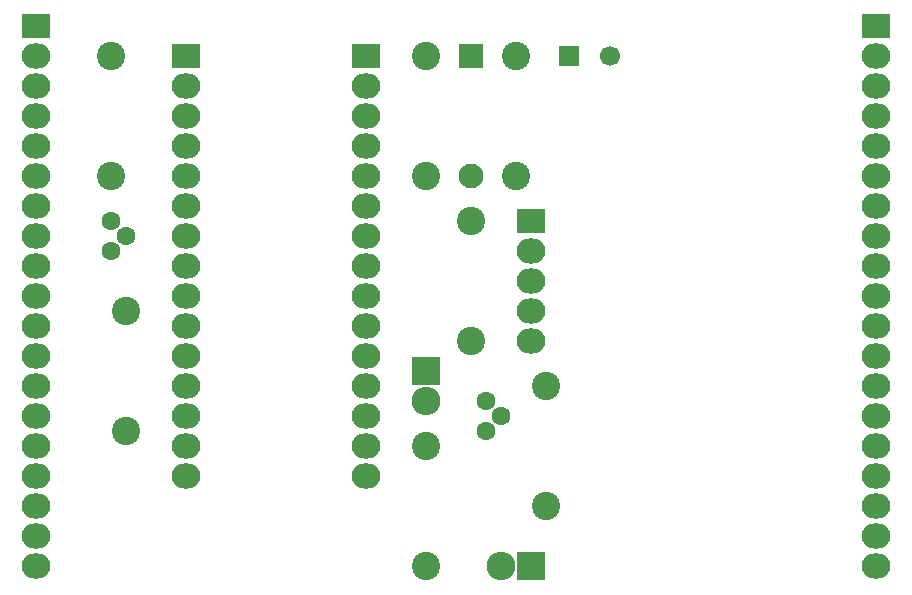
<source format=gbr>
G04 #@! TF.FileFunction,Soldermask,Top*
%FSLAX46Y46*%
G04 Gerber Fmt 4.6, Leading zero omitted, Abs format (unit mm)*
G04 Created by KiCad (PCBNEW 4.0.4+e1-6308~48~ubuntu16.04.1-stable) date Thu Sep 22 16:47:12 2016*
%MOMM*%
%LPD*%
G01*
G04 APERTURE LIST*
%ADD10C,0.100000*%
%ADD11C,2.099260*%
%ADD12R,2.099260X2.099260*%
%ADD13R,2.432000X2.127200*%
%ADD14O,2.432000X2.127200*%
%ADD15R,2.432000X2.432000*%
%ADD16O,2.432000X2.432000*%
%ADD17C,1.600000*%
%ADD18C,2.398980*%
%ADD19C,1.700000*%
%ADD20R,1.700000X1.700000*%
G04 APERTURE END LIST*
D10*
D11*
X68582540Y-88900520D03*
D12*
X68582540Y-78740520D03*
D13*
X73660000Y-92710000D03*
D14*
X73660000Y-95250000D03*
X73660000Y-97790000D03*
X73660000Y-100330000D03*
X73660000Y-102870000D03*
D15*
X64770000Y-105410000D03*
D16*
X64770000Y-107950000D03*
D17*
X69850000Y-110490000D03*
X71120000Y-109220000D03*
X69850000Y-107950000D03*
D18*
X64770000Y-121920000D03*
X64770000Y-111760000D03*
X68580000Y-92710000D03*
X68580000Y-102870000D03*
X72390000Y-88900000D03*
X72390000Y-78740000D03*
X64770000Y-78740000D03*
X64770000Y-88900000D03*
X74930000Y-106680000D03*
X74930000Y-116840000D03*
D19*
X80335000Y-78740000D03*
D20*
X76835000Y-78740000D03*
D15*
X73660000Y-121920000D03*
D16*
X71120000Y-121920000D03*
D13*
X31750000Y-76200000D03*
D14*
X31750000Y-78740000D03*
X31750000Y-81280000D03*
X31750000Y-83820000D03*
X31750000Y-86360000D03*
X31750000Y-88900000D03*
X31750000Y-91440000D03*
X31750000Y-93980000D03*
X31750000Y-96520000D03*
X31750000Y-99060000D03*
X31750000Y-101600000D03*
X31750000Y-104140000D03*
X31750000Y-106680000D03*
X31750000Y-109220000D03*
X31750000Y-111760000D03*
X31750000Y-114300000D03*
X31750000Y-116840000D03*
X31750000Y-119380000D03*
X31750000Y-121920000D03*
D13*
X102870000Y-76200000D03*
D14*
X102870000Y-78740000D03*
X102870000Y-81280000D03*
X102870000Y-83820000D03*
X102870000Y-86360000D03*
X102870000Y-88900000D03*
X102870000Y-91440000D03*
X102870000Y-93980000D03*
X102870000Y-96520000D03*
X102870000Y-99060000D03*
X102870000Y-101600000D03*
X102870000Y-104140000D03*
X102870000Y-106680000D03*
X102870000Y-109220000D03*
X102870000Y-111760000D03*
X102870000Y-114300000D03*
X102870000Y-116840000D03*
X102870000Y-119380000D03*
X102870000Y-121920000D03*
D13*
X44450000Y-78740000D03*
D14*
X44450000Y-81280000D03*
X44450000Y-83820000D03*
X44450000Y-86360000D03*
X44450000Y-88900000D03*
X44450000Y-91440000D03*
X44450000Y-93980000D03*
X44450000Y-96520000D03*
X44450000Y-99060000D03*
X44450000Y-101600000D03*
X44450000Y-104140000D03*
X44450000Y-106680000D03*
X44450000Y-109220000D03*
X44450000Y-111760000D03*
X44450000Y-114300000D03*
D13*
X59690000Y-78740000D03*
D14*
X59690000Y-81280000D03*
X59690000Y-83820000D03*
X59690000Y-86360000D03*
X59690000Y-88900000D03*
X59690000Y-91440000D03*
X59690000Y-93980000D03*
X59690000Y-96520000D03*
X59690000Y-99060000D03*
X59690000Y-101600000D03*
X59690000Y-104140000D03*
X59690000Y-106680000D03*
X59690000Y-109220000D03*
X59690000Y-111760000D03*
X59690000Y-114300000D03*
D17*
X38100000Y-95250000D03*
X39370000Y-93980000D03*
X38100000Y-92710000D03*
D18*
X38100000Y-78740000D03*
X38100000Y-88900000D03*
X39370000Y-110490000D03*
X39370000Y-100330000D03*
M02*

</source>
